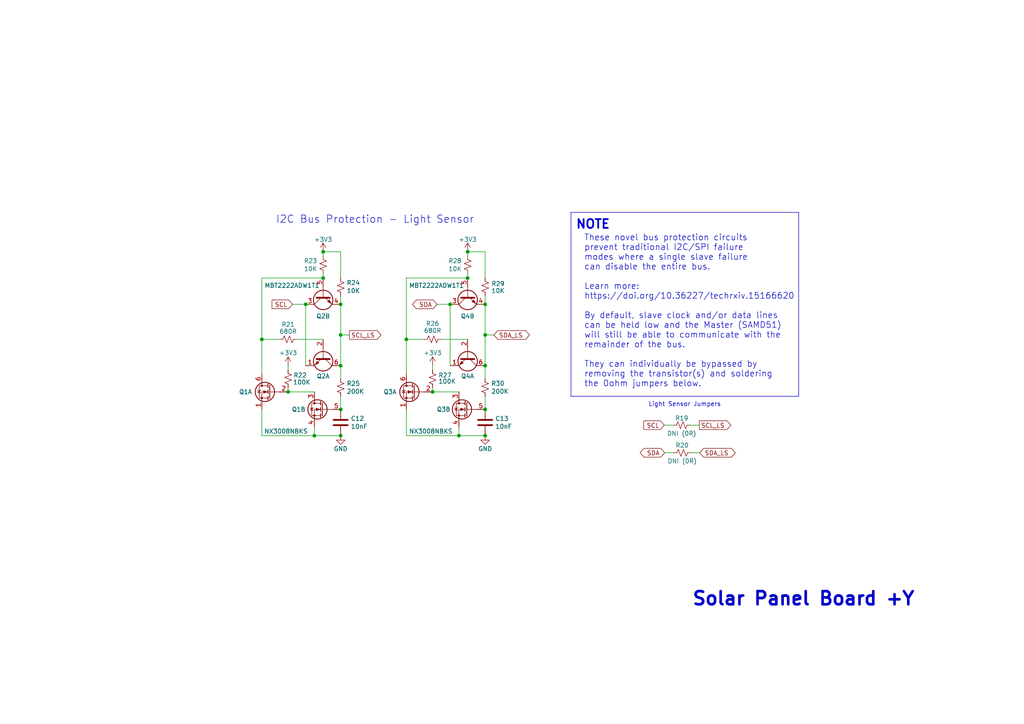
<source format=kicad_sch>
(kicad_sch (version 20230121) (generator eeschema)
  (paper "A4")
  (title_block (title "PyCubed Mini") (date "2023-06-18") (rev "Rev B3/03") (company "REx Lab Carnegie Mellon University") (comment 1 "Z.Manchester") (comment 2 "N.Khera") (comment 3 "M.Holliday"))
  (lib_symbols
    (symbol "Device:C" (pin_numbers hide) (pin_names (offset 0.254))
      (property "Reference" "C" (at 0.635 2.54 0))
      (property "Value" "C" (at 0.635 -2.54 0))
      (symbol "C_0_1"
        (polyline (pts (xy -2.032 -0.762) (xy 2.032 -0.762)) (stroke (width 0.508)))
        (polyline (pts (xy -2.032 0.762) (xy 2.032 0.762)) (stroke (width 0.508)))
      )
      (symbol "C_1_1"
        (pin passive line (at 0 3.81 270) (length 2.794) (name "~") (number "1"))
        (pin passive line (at 0 -3.81 90) (length 2.794) (name "~") (number "2"))
      )
    )
    (symbol "Device:R_Small_US" (pin_numbers hide) (pin_names (offset 0.254) hide)
      (property "Reference" "R" (at 0.762 0.508 0))
      (property "Value" "R_Small_US" (at 0.762 -1.016 0))
      (symbol "R_Small_US_1_1"
        (polyline (pts (xy 0 0) (xy 1.016 -0.381) (xy 0 -0.762) (xy -1.016 -1.143) (xy 0 -1.524)))
        (polyline (pts (xy 0 1.524) (xy 1.016 1.143) (xy 0 0.762) (xy -1.016 0.381) (xy 0 0)))
        (pin passive line (at 0 2.54 270) (length 1.016) (name "~") (number "1"))
        (pin passive line (at 0 -2.54 90) (length 1.016) (name "~") (number "2"))
      )
    )
    (symbol "Transistor_BJT:MBT2222ADW1T1" (pin_names (offset 0) hide)
      (property "Reference" "Q" (at 5.08 1.27 0))
      (property "Value" "MBT2222ADW1T1" (at 5.08 -1.27 0))
      (symbol "MBT2222ADW1T1_0_1"
        (polyline (pts (xy 0.635 0) (xy -2.54 0)))
        (polyline (pts (xy 0.635 0.635) (xy 2.54 2.54)))
        (polyline (pts (xy 0.635 -0.635) (xy 2.54 -2.54) (xy 2.54 -2.54)))
        (polyline (pts (xy 0.635 1.905) (xy 0.635 -1.905) (xy 0.635 -1.905)) (stroke (width 0.508)))
        (polyline (pts (xy 1.27 -1.778) (xy 1.778 -1.27) (xy 2.286 -2.286) (xy 1.27 -1.778) (xy 1.27 -1.778)) (fill (type outline)))
        (circle (center 1.27 0) (radius 2.8194) (stroke (width 0.254)))
      )
      (symbol "MBT2222ADW1T1_1_1"
        (pin passive line (at 2.54 -5.08 90) (length 2.54) (name "E1") (number "1"))
        (pin input line (at -5.08 0 0) (length 2.54) (name "B1") (number "2"))
        (pin passive line (at 2.54 5.08 270) (length 2.54) (name "C1") (number "6"))
      )
      (symbol "MBT2222ADW1T1_2_1"
        (pin passive line (at 2.54 5.08 270) (length 2.54) (name "C2") (number "3"))
        (pin passive line (at 2.54 -5.08 90) (length 2.54) (name "E2") (number "4"))
        (pin input line (at -5.08 0 0) (length 2.54) (name "B2") (number "5"))
      )
    )
    (symbol "mainboard:NX3008NBKS" (pin_names (offset 0.762) hide)
      (property "Reference" "Q" (at 5.08 1.27 0))
      (property "Value" "NX3008NBKS" (at 5.08 -1.27 0))
      (symbol "NX3008NBKS_1_1"
        (polyline (pts (xy -1.016 0) (xy -3.81 0)))
        (polyline (pts (xy -1.016 1.905) (xy -1.016 -1.905)) (stroke (width 0.254)))
        (polyline (pts (xy -0.508 -1.27) (xy -0.508 -2.286)) (stroke (width 0.254)))
        (polyline (pts (xy -0.508 0.508) (xy -0.508 -0.508)) (stroke (width 0.254)))
        (polyline (pts (xy -0.508 2.286) (xy -0.508 1.27)) (stroke (width 0.254)))
        (polyline (pts (xy 1.27 2.54) (xy 1.27 1.778)))
        (polyline (pts (xy 1.27 -2.54) (xy 1.27 0) (xy -0.508 0)))
        (polyline (pts (xy -0.508 -1.778) (xy 2.032 -1.778) (xy 2.032 1.778) (xy -0.508 1.778)))
        (polyline (pts (xy -0.254 0) (xy 0.762 0.381) (xy 0.762 -0.381) (xy -0.254 0)) (fill (type outline)))
        (polyline (pts (xy 1.524 0.508) (xy 1.651 0.381) (xy 2.413 0.381) (xy 2.54 0.254)))
        (polyline (pts (xy 2.032 0.381) (xy 1.651 -0.254) (xy 2.413 -0.254) (xy 2.032 0.381)))
        (circle (center 0.381 0) (radius 2.794) (stroke (width 0.254)))
        (circle (center 1.27 -1.778) (radius 0.254) (fill (type outline)))
        (circle (center 1.27 1.778) (radius 0.254) (fill (type outline)))
        (pin passive line (at 1.27 -5.08 90) (length 2.54) (name "S2") (number "1"))
        (pin input line (at -6.35 0 0) (length 2.54) (name "G2") (number "2"))
        (pin passive line (at 1.27 5.08 270) (length 2.54) (name "D1") (number "6"))
      )
      (symbol "NX3008NBKS_2_1"
        (polyline (pts (xy -1.016 0) (xy -3.81 0)))
        (polyline (pts (xy -1.016 1.905) (xy -1.016 -1.905)) (stroke (width 0.254)))
        (polyline (pts (xy -0.508 -1.27) (xy -0.508 -2.286)) (stroke (width 0.254)))
        (polyline (pts (xy -0.508 0.508) (xy -0.508 -0.508)) (stroke (width 0.254)))
        (polyline (pts (xy -0.508 2.286) (xy -0.508 1.27)) (stroke (width 0.254)))
        (polyline (pts (xy 1.27 2.54) (xy 1.27 1.778)))
        (polyline (pts (xy 1.27 -2.54) (xy 1.27 0) (xy -0.508 0)))
        (polyline (pts (xy -0.508 -1.778) (xy 2.032 -1.778) (xy 2.032 1.778) (xy -0.508 1.778)))
        (polyline (pts (xy -0.254 0) (xy 0.762 0.381) (xy 0.762 -0.381) (xy -0.254 0)) (fill (type outline)))
        (polyline (pts (xy 1.524 0.508) (xy 1.651 0.381) (xy 2.413 0.381) (xy 2.54 0.254)))
        (polyline (pts (xy 2.032 0.381) (xy 1.651 -0.254) (xy 2.413 -0.254) (xy 2.032 0.381)))
        (circle (center 0.381 0) (radius 2.794) (stroke (width 0.254)))
        (circle (center 1.27 -1.778) (radius 0.254) (fill (type outline)))
        (circle (center 1.27 1.778) (radius 0.254) (fill (type outline)))
        (pin passive line (at 1.27 5.08 270) (length 2.54) (name "D2") (number "3"))
        (pin passive line (at 1.27 -5.08 90) (length 2.54) (name "S1") (number "4"))
        (pin input line (at -6.35 0 0) (length 2.54) (name "G1") (number "5"))
      )
    )
    (symbol "power:+3V3" (power) (pin_names (offset 0))
      (property "Value" "+3V3" (at 0 3.556 0))
      (symbol "+3V3_0_1"
        (polyline (pts (xy -0.762 1.27) (xy 0 2.54)))
        (polyline (pts (xy 0 0) (xy 0 2.54)))
        (polyline (pts (xy 0 2.54) (xy 0.762 1.27)))
      )
      (symbol "+3V3_1_1"
        (pin power_in line (at 0 0 90) (length 0) hide (name "+3V3") (number "1"))
      )
    )
    (symbol "power:GND" (power) (pin_names (offset 0))
      (property "Value" "GND" (at 0 -3.81 0))
      (symbol "GND_0_1"
        (polyline (pts (xy 0 0) (xy 0 -1.27) (xy 1.27 -1.27) (xy 0 -2.54) (xy -1.27 -1.27) (xy 0 -1.27)))
      )
      (symbol "GND_1_1"
        (pin power_in line (at 0 0 270) (length 0) hide (name "GND") (number "1"))
      )
    )
  )
  (junction (at 98.806 88.265))
  (junction (at 98.806 106.045))
  (junction (at 91.186 126.365))
  (junction (at 140.716 97.155))
  (junction (at 117.856 98.425))
  (junction (at 133.096 126.365))
  (junction (at 140.716 118.745))
  (junction (at 98.806 118.745))
  (junction (at 135.636 80.645))
  (junction (at 93.726 73.025))
  (junction (at 135.636 73.025))
  (junction (at 75.946 98.425))
  (junction (at 140.716 88.265))
  (junction (at 140.716 126.365))
  (junction (at 130.556 88.265))
  (junction (at 83.566 113.665))
  (junction (at 88.646 88.265))
  (junction (at 125.476 113.665))
  (junction (at 98.806 126.365))
  (junction (at 93.726 80.645))
  (junction (at 98.806 97.155))
  (junction (at 140.716 106.045))
  (wire (pts (xy 192.786 131.318) (xy 195.326 131.318)))
  (wire (pts (xy 140.716 106.045) (xy 140.716 97.155)))
  (wire (pts (xy 98.806 106.045) (xy 98.806 109.855)))
  (wire (pts (xy 130.556 88.265) (xy 130.556 106.045)))
  (wire (pts (xy 117.856 98.425) (xy 122.936 98.425)))
  (wire (pts (xy 140.716 114.935) (xy 140.716 118.745)))
  (wire (pts (xy 83.566 112.395) (xy 83.566 113.665)))
  (wire (pts (xy 117.856 98.425) (xy 117.856 80.645)))
  (wire (pts (xy 117.856 118.745) (xy 117.856 126.365)))
  (wire (pts (xy 143.256 97.155) (xy 140.716 97.155)))
  (wire (pts (xy 75.946 108.585) (xy 75.946 98.425)))
  (wire (pts (xy 75.946 80.645) (xy 93.726 80.645)))
  (wire (pts (xy 117.856 126.365) (xy 133.096 126.365)))
  (wire (pts (xy 86.106 98.425) (xy 93.726 98.425)))
  (polyline (pts (xy 231.648 114.935) (xy 231.648 61.595)))
  (wire (pts (xy 93.726 73.025) (xy 93.726 74.295)))
  (wire (pts (xy 101.346 97.155) (xy 98.806 97.155)))
  (wire (pts (xy 125.476 113.665) (xy 133.096 113.665)))
  (wire (pts (xy 133.096 126.365) (xy 140.716 126.365)))
  (wire (pts (xy 98.806 73.025) (xy 93.726 73.025)))
  (wire (pts (xy 98.806 106.045) (xy 98.806 97.155)))
  (wire (pts (xy 88.646 88.265) (xy 88.646 106.045)))
  (wire (pts (xy 126.746 88.265) (xy 130.556 88.265)))
  (wire (pts (xy 140.716 73.025) (xy 140.716 80.645)))
  (wire (pts (xy 140.716 97.155) (xy 140.716 88.265)))
  (wire (pts (xy 125.476 112.395) (xy 125.476 113.665)))
  (wire (pts (xy 200.406 131.318) (xy 202.946 131.318)))
  (wire (pts (xy 133.096 123.825) (xy 133.096 126.365)))
  (wire (pts (xy 98.806 73.025) (xy 98.806 80.645)))
  (wire (pts (xy 91.186 123.825) (xy 91.186 126.365)))
  (wire (pts (xy 75.946 98.425) (xy 81.026 98.425)))
  (wire (pts (xy 117.856 108.585) (xy 117.856 98.425)))
  (wire (pts (xy 117.856 80.645) (xy 135.636 80.645)))
  (wire (pts (xy 125.476 106.045) (xy 125.476 107.315)))
  (wire (pts (xy 140.716 106.045) (xy 140.716 109.855)))
  (wire (pts (xy 98.806 85.725) (xy 98.806 88.265)))
  (wire (pts (xy 75.946 118.745) (xy 75.946 126.365)))
  (wire (pts (xy 83.566 106.045) (xy 83.566 107.315)))
  (wire (pts (xy 140.716 85.725) (xy 140.716 88.265)))
  (wire (pts (xy 200.279 123.317) (xy 202.819 123.317)))
  (wire (pts (xy 91.186 126.365) (xy 98.806 126.365)))
  (wire (pts (xy 192.659 123.317) (xy 195.199 123.317)))
  (wire (pts (xy 98.806 97.155) (xy 98.806 88.265)))
  (wire (pts (xy 135.636 73.025) (xy 135.636 74.295)))
  (polyline (pts (xy 231.648 61.595) (xy 165.608 61.595)))
  (polyline (pts (xy 165.608 114.935) (xy 231.648 114.935)))
  (wire (pts (xy 98.806 114.935) (xy 98.806 118.745)))
  (wire (pts (xy 83.566 113.665) (xy 91.186 113.665)))
  (wire (pts (xy 128.016 98.425) (xy 135.636 98.425)))
  (wire (pts (xy 93.726 79.375) (xy 93.726 80.645)))
  (polyline (pts (xy 165.608 61.595) (xy 165.608 114.935)))
  (wire (pts (xy 140.716 73.025) (xy 135.636 73.025)))
  (wire (pts (xy 135.636 79.375) (xy 135.636 80.645)))
  (wire (pts (xy 75.946 98.425) (xy 75.946 80.645)))
  (wire (pts (xy 75.946 126.365) (xy 91.186 126.365)))
  (wire (pts (xy 84.836 88.265) (xy 88.646 88.265)))
  (text "I2C Bus Protection - Light Sensor" (at 80.01 65.024 0) (effects (font (size 2.159 2.159)) (justify left bottom)))
  (text "Light Sensor Jumpers" (at 188.087 118.11 0) (effects (font (size 1.27 1.27)) (justify left bottom)))
  (text "NOTE" (at 166.878 66.675 0) (effects (font (size 2.54 2.54) (thickness 0.508) bold) (justify left bottom)))
  (text "Solar Panel Board +Y" (at 200.533 176.022 0) (effects (font (size 3.81 3.81) (thickness 0.762) bold) (justify left bottom)))
  (text "These novel bus protection circuits\nprevent traditional I2C/SPI failure \nmodes where a single slave failure\ncan disable the entire bus.\n\nLearn more: \nhttps://doi.org/10.36227/techrxiv.15166620\n\nBy default, slave clock and/or data lines \ncan be held low and the Master (SAMD51) \nwill still be able to communicate with the \nremainder of the bus.\n\nThey can individually be bypassed by \nremoving the transistor(s) and soldering\nthe 0ohm jumpers below." (at 169.418 112.395 0) (effects (font (size 1.7526 1.7526)) (justify left bottom)))
  (global_label "SDA_LS" (shape bidirectional) (at 143.256 97.155 0) (property "Intersheetrefs" "${INTERSHEET_REFS}" (effects hide)))
  (global_label "SCL_LS" (shape output) (at 101.346 97.155 0) (property "Intersheetrefs" "${INTERSHEET_REFS}" (effects hide)))
  (global_label "SCL_LS" (shape output) (at 202.819 123.317 0) (property "Intersheetrefs" "${INTERSHEET_REFS}" (effects hide)))
  (global_label "SCL" (shape input) (at 84.836 88.265 180) (property "Intersheetrefs" "${INTERSHEET_REFS}" (effects hide)))
  (global_label "SDA" (shape bidirectional) (at 192.786 131.318 180) (property "Intersheetrefs" "${INTERSHEET_REFS}" (effects hide)))
  (global_label "SDA" (shape bidirectional) (at 126.746 88.265 180) (property "Intersheetrefs" "${INTERSHEET_REFS}" (effects hide)))
  (global_label "SDA_LS" (shape bidirectional) (at 202.946 131.318 0) (property "Intersheetrefs" "${INTERSHEET_REFS}" (effects hide)))
  (global_label "SCL" (shape input) (at 192.659 123.317 180) (property "Intersheetrefs" "${INTERSHEET_REFS}" (effects hide)))
  (symbol (lib_id "Device:R_Small_US") (at 83.566 109.855 0) (unit 1)
    (property "Reference" "R22" (at 85.09 108.839 0) (effects (justify left)))
    (property "Value" "100K" (at 84.963 110.871 0) (effects (justify left)))
    (property "Footprint" "Resistor_SMD:R_0603_1608Metric" (effects hide))
    (property "Description" "100K 0603" (effects hide))
  )
  (symbol (lib_id "power:GND") (at 140.716 126.365 0) (unit 1)
    (property "Reference" "#PWR0104" (effects hide))
    (property "Value" "GND" (at 140.716 130.175 0))
    (instances (project "Solar-Panel-Y+" (path "" (reference "#PWR0104") (unit 1)) (path "" (reference "#PWR019") (unit 1))))
  )
  (symbol (lib_id "power:+3V3") (at 125.476 106.045 0) (unit 1)
    (property "Reference" "#PWR0106" (effects hide))
    (property "Value" "+3V3" (at 125.476 102.362 0))
    (instances (project "Solar-Panel-Y+" (path "" (reference "#PWR0106") (unit 1)) (path "" (reference "#PWR017") (unit 1))))
  )
  (symbol (lib_id "mainboard:NX3008NBKS") (at 77.216 113.665 0) (mirror y) (unit 1)
    (property "Reference" "Q1" (at 73.152 113.665 0) (effects (justify left)))
    (property "Value" "NX3008NBKS" (at 89.281 125.095 0) (effects (justify left)))
    (property "Footprint" "Package_TO_SOT_SMD:SOT-363_SC-70-6" (effects hide))
    (property "Datasheet" "https://assets.nexperia.com/documents/data-sheet/NX3008NBKS.pdf" (effects hide))
    (property "Description" "Dual N-Channel MOSFET - 2NMOS" (effects hide))
    (property "Manufacturer_Name" "Nexperia USA Inc." (effects hide))
    (property "Manufacturer_Part_Number" "NX3008NBKS" (effects hide))
  )
  (symbol (lib_id "Device:R_Small_US") (at 140.716 83.185 0) (unit 1)
    (property "Reference" "R29" (at 142.494 82.296 0) (effects (justify left)))
    (property "Value" "10K" (at 142.494 84.328 0) (effects (justify left)))
    (property "Footprint" "Resistor_SMD:R_0603_1608Metric" (effects hide))
    (property "Description" "10K 0603" (effects hide))
  )
  (symbol (lib_id "Transistor_BJT:MBT2222ADW1T1") (at 93.726 103.505 270) (unit 1)
    (property "Reference" "Q2" (at 93.726 109.093 90))
    (property "Value" "MBT2222ADW1T1" (effects hide))
    (property "Footprint" "Package_TO_SOT_SMD:SOT-363_SC-70-6" (effects hide))
    (property "Datasheet" "http://www.onsemi.com/pub_link/Collateral/MBT2222ADW1T1-D.PDF" (effects hide))
    (property "Description" "Dual NPN BJT - 2NPN" (effects hide))
    (property "Flight" "MBT2222ADW1T1G" (effects hide))
    (property "Manufacturer_Name" "ON Semiconductor" (effects hide))
    (property "Manufacturer_Part_Number" "MBT2222ADW1T1G" (effects hide))
    (property "Proto" "MBT2222ADW1T1G" (effects hide))
  )
  (symbol (lib_id "mainboard:NX3008NBKS") (at 134.366 118.745 0) (mirror y) (unit 2)
    (property "Reference" "Q3" (at 130.683 118.745 0) (effects (justify left)))
    (property "Value" "NX3008NBKS" (effects hide))
    (property "Footprint" "Package_TO_SOT_SMD:SOT-363_SC-70-6" (effects hide))
    (property "Datasheet" "https://assets.nexperia.com/documents/data-sheet/NX3008NBKS.pdf" (effects hide))
    (property "Description" "Dual N-Channel MOSFET - 2NMOS" (effects hide))
    (property "Manufacturer_Name" "Nexperia USA Inc." (effects hide))
    (property "Manufacturer_Part_Number" "NX3008NBKS" (effects hide))
  )
  (symbol (lib_id "power:+3V3") (at 135.636 73.025 0) (unit 1)
    (property "Reference" "#PWR0107" (effects hide))
    (property "Value" "+3V3" (at 135.636 69.469 0))
    (instances (project "Solar-Panel-Y+" (path "" (reference "#PWR0107") (unit 1)) (path "" (reference "#PWR018") (unit 1))))
  )
  (symbol (lib_id "Device:R_Small_US") (at 98.806 112.395 0) (unit 1)
    (property "Reference" "R25" (at 100.5332 111.2266 0) (effects (justify left)))
    (property "Value" "200K" (at 100.5332 113.538 0) (effects (justify left)))
    (property "Footprint" "Resistor_SMD:R_0603_1608Metric" (effects hide))
    (property "Description" "200K 0603" (effects hide))
  )
  (symbol (lib_id "mainboard:NX3008NBKS") (at 119.126 113.665 0) (mirror y) (unit 1)
    (property "Reference" "Q3" (at 115.062 113.665 0) (effects (justify left)))
    (property "Value" "NX3008NBKS" (at 131.318 125.095 0) (effects (justify left)))
    (property "Footprint" "Package_TO_SOT_SMD:SOT-363_SC-70-6" (effects hide))
    (property "Datasheet" "https://assets.nexperia.com/documents/data-sheet/NX3008NBKS.pdf" (effects hide))
    (property "Description" "Dual N-Channel MOSFET - 2NMOS" (effects hide))
    (property "Manufacturer_Name" "Nexperia USA Inc." (effects hide))
    (property "Manufacturer_Part_Number" "NX3008NBKS" (effects hide))
  )
  (symbol (lib_id "Device:R_Small_US") (at 197.866 131.318 270) (unit 1)
    (property "Reference" "R20" (at 197.866 129.159 90))
    (property "Value" "DNI (0R)" (at 197.866 133.731 90))
    (property "Footprint" "Resistor_SMD:R_0603_1608Metric" (effects hide))
    (property "DNI" "DNI" (effects hide))
    (property "Description" "0 0603" (effects hide))
  )
  (symbol (lib_id "Device:R_Small_US") (at 125.476 109.855 0) (unit 1)
    (property "Reference" "R27" (at 127.127 108.839 0) (effects (justify left)))
    (property "Value" "100K" (at 127.127 110.617 0) (effects (justify left)))
    (property "Footprint" "Resistor_SMD:R_0603_1608Metric" (effects hide))
    (property "Description" "100K 0603" (effects hide))
  )
  (symbol (lib_id "mainboard:NX3008NBKS") (at 92.456 118.745 0) (mirror y) (unit 2)
    (property "Reference" "Q1" (at 88.646 118.745 0) (effects (justify left)))
    (property "Value" "NX3008NBKS" (effects hide))
    (property "Footprint" "Package_TO_SOT_SMD:SOT-363_SC-70-6" (effects hide))
    (property "Datasheet" "https://assets.nexperia.com/documents/data-sheet/NX3008NBKS.pdf" (effects hide))
    (property "Description" "Dual N-Channel MOSFET - 2NMOS" (effects hide))
    (property "Manufacturer_Name" "Nexperia USA Inc." (effects hide))
    (property "Manufacturer_Part_Number" "NX3008NBKS" (effects hide))
  )
  (symbol (lib_id "Device:R_Small_US") (at 125.476 98.425 270) (unit 1)
    (property "Reference" "R26" (at 125.476 93.853 90))
    (property "Value" "680R" (at 125.476 95.885 90))
    (property "Footprint" "Resistor_SMD:R_0603_1608Metric" (effects hide))
    (property "Description" "680 0603" (effects hide))
  )
  (symbol (lib_id "Device:C") (at 140.716 122.555 0) (unit 1)
    (property "Reference" "C13" (at 143.637 121.412 0) (effects (justify left)))
    (property "Value" "10nF" (at 143.637 123.698 0) (effects (justify left)))
    (property "Footprint" "Capacitor_SMD:C_0603_1608Metric" (effects hide))
    (property "Description" "10nF +-10% 50V X7R" (effects hide))
  )
  (symbol (lib_id "power:GND") (at 98.806 126.365 0) (unit 1)
    (property "Reference" "#PWR0110" (effects hide))
    (property "Value" "GND" (at 98.806 130.175 0))
    (instances (project "Solar-Panel-Y+" (path "" (reference "#PWR0110") (unit 1)) (path "" (reference "#PWR016") (unit 1))))
  )
  (symbol (lib_id "Transistor_BJT:MBT2222ADW1T1") (at 135.636 103.505 270) (unit 1)
    (property "Reference" "Q4" (at 135.636 109.093 90))
    (property "Value" "MBT2222ADW1T1" (effects hide))
    (property "Footprint" "Package_TO_SOT_SMD:SOT-363_SC-70-6" (effects hide))
    (property "Datasheet" "http://www.onsemi.com/pub_link/Collateral/MBT2222ADW1T1-D.PDF" (effects hide))
    (property "Description" "Dual NPN BJT - 2NPN" (effects hide))
    (property "Flight" "MBT2222ADW1T1G" (effects hide))
    (property "Manufacturer_Name" "ON Semiconductor" (effects hide))
    (property "Manufacturer_Part_Number" "MBT2222ADW1T1G" (effects hide))
    (property "Proto" "MBT2222ADW1T1G" (effects hide))
  )
  (symbol (lib_id "Device:R_Small_US") (at 83.566 98.425 270) (unit 1)
    (property "Reference" "R21" (at 83.566 94.107 90))
    (property "Value" "680R" (at 83.566 96.139 90))
    (property "Footprint" "Resistor_SMD:R_0603_1608Metric" (effects hide))
    (property "Description" "680 0603" (effects hide))
  )
  (symbol (lib_id "Transistor_BJT:MBT2222ADW1T1") (at 135.636 85.725 90) (mirror x) (unit 2)
    (property "Reference" "Q4" (at 135.636 91.694 90))
    (property "Value" "MBT2222ADW1T1" (at 126.619 82.804 90))
    (property "Footprint" "Package_TO_SOT_SMD:SOT-363_SC-70-6" (effects hide))
    (property "Datasheet" "http://www.onsemi.com/pub_link/Collateral/MBT2222ADW1T1-D.PDF" (effects hide))
    (property "Description" "Dual NPN BJT - 2NPN" (effects hide))
    (property "Flight" "MBT2222ADW1T1G" (effects hide))
    (property "Manufacturer_Name" "ON Semiconductor" (effects hide))
    (property "Manufacturer_Part_Number" "MBT2222ADW1T1G" (effects hide))
    (property "Proto" "MBT2222ADW1T1G" (effects hide))
  )
  (symbol (lib_id "Device:R_Small_US") (at 135.636 76.835 0) (unit 1)
    (property "Reference" "R28" (at 133.9342 75.6666 0) (effects (justify right)))
    (property "Value" "10K" (at 133.9342 77.978 0) (effects (justify right)))
    (property "Footprint" "Resistor_SMD:R_0603_1608Metric" (effects hide))
    (property "Description" "10K 0603" (effects hide))
  )
  (symbol (lib_id "Device:R_Small_US") (at 98.806 83.185 0) (unit 1)
    (property "Reference" "R24" (at 100.5332 82.0166 0) (effects (justify left)))
    (property "Value" "10K" (at 100.5332 84.328 0) (effects (justify left)))
    (property "Footprint" "Resistor_SMD:R_0603_1608Metric" (effects hide))
    (property "Description" "10K 0603" (effects hide))
  )
  (symbol (lib_id "Device:C") (at 98.806 122.555 0) (unit 1)
    (property "Reference" "C12" (at 101.727 121.3866 0) (effects (justify left)))
    (property "Value" "10nF" (at 101.727 123.698 0) (effects (justify left)))
    (property "Footprint" "Capacitor_SMD:C_0603_1608Metric" (effects hide))
    (property "Description" "10nF +-10% 50V X7R" (effects hide))
  )
  (symbol (lib_id "power:+3V3") (at 93.726 73.025 0) (unit 1)
    (property "Reference" "#PWR0109" (effects hide))
    (property "Value" "+3V3" (at 93.726 69.469 0))
    (instances (project "Solar-Panel-Y+" (path "" (reference "#PWR0109") (unit 1)) (path "" (reference "#PWR015") (unit 1))))
  )
  (symbol (lib_id "Device:R_Small_US") (at 140.716 112.395 0) (unit 1)
    (property "Reference" "R30" (at 142.4432 111.2266 0) (effects (justify left)))
    (property "Value" "200K" (at 142.4432 113.538 0) (effects (justify left)))
    (property "Footprint" "Resistor_SMD:R_0603_1608Metric" (effects hide))
    (property "Description" "200K 0603" (effects hide))
  )
  (symbol (lib_id "Device:R_Small_US") (at 93.726 76.835 0) (unit 1)
    (property "Reference" "R23" (at 92.0242 75.6666 0) (effects (justify right)))
    (property "Value" "10K" (at 92.0242 77.978 0) (effects (justify right)))
    (property "Footprint" "Resistor_SMD:R_0603_1608Metric" (effects hide))
    (property "Description" "10K 0603" (effects hide))
  )
  (symbol (lib_id "Device:R_Small_US") (at 197.739 123.317 270) (unit 1)
    (property "Reference" "R19" (at 197.739 121.285 90))
    (property "Value" "DNI (0R)" (at 197.739 125.73 90))
    (property "Footprint" "Resistor_SMD:R_0603_1608Metric" (effects hide))
    (property "DNI" "DNI" (effects hide))
    (property "Description" "0 0603" (effects hide))
  )
  (symbol (lib_id "power:+3V3") (at 83.566 106.045 0) (unit 1)
    (property "Reference" "#PWR0108" (effects hide))
    (property "Value" "+3V3" (at 83.566 102.362 0))
    (instances (project "Solar-Panel-Y+" (path "" (reference "#PWR0108") (unit 1)) (path "" (reference "#PWR014") (unit 1))))
  )
  (symbol (lib_id "Transistor_BJT:MBT2222ADW1T1") (at 93.726 85.725 90) (mirror x) (unit 2)
    (property "Reference" "Q2" (at 93.726 91.694 90))
    (property "Value" "MBT2222ADW1T1" (at 84.709 82.804 90))
    (property "Footprint" "Package_TO_SOT_SMD:SOT-363_SC-70-6" (effects hide))
    (property "Datasheet" "http://www.onsemi.com/pub_link/Collateral/MBT2222ADW1T1-D.PDF" (effects hide))
    (property "Description" "Dual NPN BJT - 2NPN" (effects hide))
    (property "Flight" "MBT2222ADW1T1G" (effects hide))
    (property "Manufacturer_Name" "ON Semiconductor" (effects hide))
    (property "Manufacturer_Part_Number" "MBT2222ADW1T1G" (effects hide))
    (property "Proto" "MBT2222ADW1T1G" (effects hide))
  )
)
</source>
